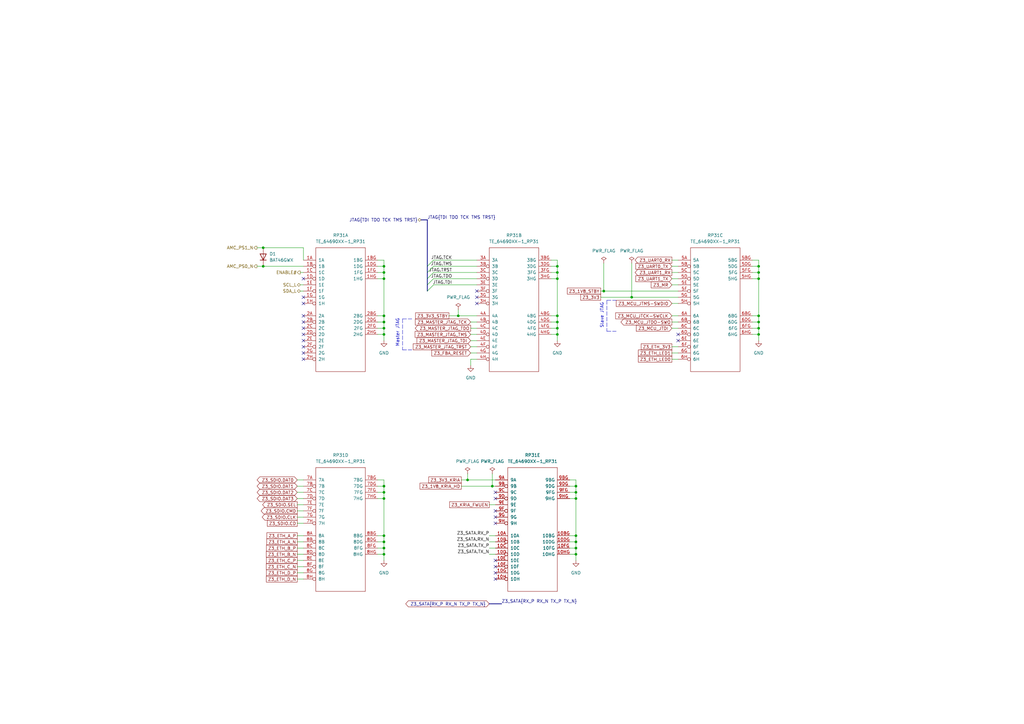
<source format=kicad_sch>
(kicad_sch (version 20211123) (generator eeschema)
  (paper "A3")
  (title_block (title "RTM_Template") (date "2022-09-07") (rev "1.0") (company "Karlsruhe Institute of Technology (KIT)") (comment 1 "Institute for Data Processing and Electronics (IPE)") (comment 2 "Carsten Schmerbeck") (comment 3 "Luis Ardila") (comment 4 "Licensed under CERN-OHL-P v2"))
  (junction (at 236.22 222.25))
  (junction (at 107.95 109.22))
  (junction (at 228.6 137.16))
  (junction (at 157.48 224.79))
  (junction (at 236.22 224.79))
  (junction (at 157.48 204.47))
  (junction (at 311.15 109.22))
  (junction (at 311.15 134.62))
  (junction (at 228.6 111.76))
  (junction (at 157.48 222.25))
  (junction (at 247.65 119.38))
  (junction (at 311.15 132.08))
  (junction (at 107.95 101.6))
  (junction (at 228.6 132.08))
  (junction (at 236.22 199.39))
  (junction (at 157.48 137.16))
  (junction (at 157.48 114.3))
  (junction (at 157.48 109.22))
  (junction (at 228.6 134.62))
  (junction (at 201.93 199.39))
  (junction (at 311.15 114.3))
  (junction (at 236.22 201.93))
  (junction (at 157.48 201.93))
  (junction (at 157.48 132.08))
  (junction (at 228.6 129.54))
  (junction (at 157.48 134.62))
  (junction (at 236.22 204.47))
  (junction (at 311.15 137.16))
  (junction (at 311.15 111.76))
  (junction (at 187.96 129.54))
  (junction (at 228.6 114.3))
  (junction (at 157.48 111.76))
  (junction (at 157.48 199.39))
  (junction (at 157.48 129.54))
  (junction (at 311.15 129.54))
  (junction (at 236.22 219.71))
  (junction (at 157.48 227.33))
  (junction (at 259.08 121.92))
  (junction (at 157.48 219.71))
  (junction (at 236.22 227.33))
  (junction (at 228.6 109.22))
  (junction (at 191.77 196.85))
  (no_connect (at 203.2 204.47))
  (no_connect (at 203.2 201.93))
  (no_connect (at 278.13 137.16))
  (no_connect (at 278.13 139.7))
  (no_connect (at 203.2 214.63))
  (no_connect (at 203.2 234.95))
  (no_connect (at 203.2 237.49))
  (no_connect (at 195.58 124.46))
  (no_connect (at 195.58 121.92))
  (no_connect (at 195.58 119.38))
  (no_connect (at 124.46 139.7))
  (no_connect (at 124.46 142.24))
  (no_connect (at 124.46 144.78))
  (no_connect (at 124.46 147.32))
  (no_connect (at 124.46 137.16))
  (no_connect (at 124.46 134.62))
  (no_connect (at 124.46 132.08))
  (no_connect (at 124.46 129.54))
  (no_connect (at 124.46 121.92))
  (no_connect (at 124.46 124.46))
  (no_connect (at 124.46 114.3))
  (no_connect (at 203.2 209.55))
  (no_connect (at 203.2 212.09))
  (no_connect (at 203.2 229.87))
  (no_connect (at 203.2 232.41))
  (bus_entry (at 175.26 111.76) (size 2.54 -2.54))
  (bus_entry (at 175.26 119.38) (size 2.54 -2.54))
  (bus_entry (at 175.26 114.3) (size 2.54 -2.54))
  (bus_entry (at 175.26 109.22) (size 2.54 -2.54))
  (bus_entry (at 175.26 116.84) (size 2.54 -2.54))
  (wire (pts (xy 191.77 196.85) (xy 203.2 196.85)))
  (wire (pts (xy 233.68 204.47) (xy 236.22 204.47)))
  (wire (pts (xy 121.92 229.87) (xy 124.46 229.87)))
  (wire (pts (xy 121.92 201.93) (xy 124.46 201.93)))
  (wire (pts (xy 154.94 111.76) (xy 157.48 111.76)))
  (wire (pts (xy 157.48 111.76) (xy 157.48 109.22)))
  (wire (pts (xy 226.06 129.54) (xy 228.6 129.54)))
  (wire (pts (xy 226.06 137.16) (xy 228.6 137.16)))
  (wire (pts (xy 121.92 204.47) (xy 124.46 204.47)))
  (wire (pts (xy 246.38 119.38) (xy 247.65 119.38)))
  (wire (pts (xy 233.68 227.33) (xy 236.22 227.33)))
  (wire (pts (xy 177.8 111.76) (xy 195.58 111.76)))
  (wire (pts (xy 177.8 114.3) (xy 195.58 114.3)))
  (wire (pts (xy 157.48 132.08) (xy 157.48 129.54)))
  (wire (pts (xy 123.19 119.38) (xy 124.46 119.38)))
  (wire (pts (xy 228.6 139.7) (xy 228.6 137.16)))
  (wire (pts (xy 226.06 109.22) (xy 228.6 109.22)))
  (wire (pts (xy 193.04 144.78) (xy 195.58 144.78)))
  (wire (pts (xy 311.15 114.3) (xy 311.15 111.76)))
  (wire (pts (xy 121.92 219.71) (xy 124.46 219.71)))
  (wire (pts (xy 157.48 114.3) (xy 157.48 111.76)))
  (wire (pts (xy 157.48 139.7) (xy 157.48 137.16)))
  (wire (pts (xy 201.93 199.39) (xy 203.2 199.39)))
  (wire (pts (xy 236.22 201.93) (xy 236.22 199.39)))
  (wire (pts (xy 233.68 201.93) (xy 236.22 201.93)))
  (wire (pts (xy 184.15 129.54) (xy 187.96 129.54)))
  (wire (pts (xy 275.59 116.84) (xy 278.13 116.84)))
  (wire (pts (xy 121.92 207.01) (xy 124.46 207.01)))
  (wire (pts (xy 193.04 132.08) (xy 195.58 132.08)))
  (wire (pts (xy 228.6 114.3) (xy 228.6 111.76)))
  (wire (pts (xy 246.38 121.92) (xy 259.08 121.92)))
  (wire (pts (xy 189.23 196.85) (xy 191.77 196.85)))
  (wire (pts (xy 308.61 129.54) (xy 311.15 129.54)))
  (wire (pts (xy 154.94 219.71) (xy 157.48 219.71)))
  (wire (pts (xy 275.59 124.46) (xy 278.13 124.46)))
  (wire (pts (xy 226.06 114.3) (xy 228.6 114.3)))
  (polyline (pts (xy 248.92 123.19) (xy 248.92 135.89)))
  (wire (pts (xy 191.77 194.31) (xy 191.77 196.85)))
  (bus (pts (xy 175.26 90.17) (xy 172.72 90.17)))
  (wire (pts (xy 177.8 116.84) (xy 195.58 116.84)))
  (wire (pts (xy 105.41 109.22) (xy 107.95 109.22)))
  (wire (pts (xy 154.94 201.93) (xy 157.48 201.93)))
  (wire (pts (xy 157.48 109.22) (xy 157.48 106.68)))
  (wire (pts (xy 308.61 111.76) (xy 311.15 111.76)))
  (wire (pts (xy 123.19 116.84) (xy 124.46 116.84)))
  (wire (pts (xy 226.06 134.62) (xy 228.6 134.62)))
  (wire (pts (xy 157.48 137.16) (xy 157.48 134.62)))
  (wire (pts (xy 275.59 134.62) (xy 278.13 134.62)))
  (wire (pts (xy 228.6 129.54) (xy 228.6 114.3)))
  (bus (pts (xy 175.26 109.22) (xy 175.26 90.17)))
  (wire (pts (xy 236.22 196.85) (xy 233.68 196.85)))
  (wire (pts (xy 121.92 224.79) (xy 124.46 224.79)))
  (wire (pts (xy 311.15 139.7) (xy 311.15 137.16)))
  (wire (pts (xy 311.15 137.16) (xy 311.15 134.62)))
  (wire (pts (xy 123.19 111.76) (xy 124.46 111.76)))
  (wire (pts (xy 275.59 129.54) (xy 278.13 129.54)))
  (wire (pts (xy 157.48 222.25) (xy 157.48 219.71)))
  (wire (pts (xy 157.48 224.79) (xy 157.48 222.25)))
  (wire (pts (xy 236.22 224.79) (xy 236.22 222.25)))
  (wire (pts (xy 154.94 134.62) (xy 157.48 134.62)))
  (wire (pts (xy 107.95 109.22) (xy 124.46 109.22)))
  (wire (pts (xy 236.22 227.33) (xy 236.22 224.79)))
  (wire (pts (xy 121.92 227.33) (xy 124.46 227.33)))
  (wire (pts (xy 275.59 111.76) (xy 278.13 111.76)))
  (wire (pts (xy 200.66 224.79) (xy 203.2 224.79)))
  (wire (pts (xy 121.92 209.55) (xy 124.46 209.55)))
  (wire (pts (xy 193.04 134.62) (xy 195.58 134.62)))
  (wire (pts (xy 311.15 109.22) (xy 311.15 106.68)))
  (wire (pts (xy 200.66 222.25) (xy 203.2 222.25)))
  (wire (pts (xy 228.6 137.16) (xy 228.6 134.62)))
  (wire (pts (xy 121.92 234.95) (xy 124.46 234.95)))
  (wire (pts (xy 121.92 196.85) (xy 124.46 196.85)))
  (wire (pts (xy 121.92 214.63) (xy 124.46 214.63)))
  (polyline (pts (xy 248.92 123.19) (xy 252.73 123.19)))
  (wire (pts (xy 177.8 106.68) (xy 195.58 106.68)))
  (wire (pts (xy 228.6 132.08) (xy 228.6 129.54)))
  (polyline (pts (xy 165.1 130.81) (xy 168.91 130.81)))
  (wire (pts (xy 121.92 212.09) (xy 124.46 212.09)))
  (wire (pts (xy 154.94 137.16) (xy 157.48 137.16)))
  (wire (pts (xy 308.61 114.3) (xy 311.15 114.3)))
  (wire (pts (xy 124.46 106.68) (xy 124.46 101.6)))
  (wire (pts (xy 275.59 109.22) (xy 278.13 109.22)))
  (bus (pts (xy 175.26 109.22) (xy 175.26 111.76)))
  (wire (pts (xy 124.46 101.6) (xy 107.95 101.6)))
  (wire (pts (xy 157.48 196.85) (xy 154.94 196.85)))
  (wire (pts (xy 233.68 222.25) (xy 236.22 222.25)))
  (wire (pts (xy 311.15 134.62) (xy 311.15 132.08)))
  (bus (pts (xy 200.66 247.65) (xy 205.74 247.65)))
  (wire (pts (xy 275.59 144.78) (xy 278.13 144.78)))
  (wire (pts (xy 121.92 222.25) (xy 124.46 222.25)))
  (wire (pts (xy 195.58 147.32) (xy 193.04 147.32)))
  (wire (pts (xy 157.48 134.62) (xy 157.48 132.08)))
  (wire (pts (xy 189.23 199.39) (xy 201.93 199.39)))
  (wire (pts (xy 154.94 227.33) (xy 157.48 227.33)))
  (bus (pts (xy 175.26 116.84) (xy 175.26 119.38)))
  (wire (pts (xy 236.22 199.39) (xy 236.22 196.85)))
  (wire (pts (xy 233.68 199.39) (xy 236.22 199.39)))
  (polyline (pts (xy 165.1 130.81) (xy 165.1 143.51)))
  (wire (pts (xy 275.59 142.24) (xy 278.13 142.24)))
  (wire (pts (xy 154.94 129.54) (xy 157.48 129.54)))
  (wire (pts (xy 233.68 219.71) (xy 236.22 219.71)))
  (wire (pts (xy 154.94 224.79) (xy 157.48 224.79)))
  (wire (pts (xy 275.59 106.68) (xy 278.13 106.68)))
  (wire (pts (xy 226.06 132.08) (xy 228.6 132.08)))
  (wire (pts (xy 154.94 132.08) (xy 157.48 132.08)))
  (wire (pts (xy 236.22 229.87) (xy 236.22 227.33)))
  (wire (pts (xy 157.48 129.54) (xy 157.48 114.3)))
  (wire (pts (xy 157.48 199.39) (xy 157.48 196.85)))
  (wire (pts (xy 236.22 222.25) (xy 236.22 219.71)))
  (wire (pts (xy 200.66 227.33) (xy 203.2 227.33)))
  (wire (pts (xy 154.94 222.25) (xy 157.48 222.25)))
  (wire (pts (xy 308.61 132.08) (xy 311.15 132.08)))
  (wire (pts (xy 201.93 194.31) (xy 201.93 199.39)))
  (wire (pts (xy 193.04 147.32) (xy 193.04 149.86)))
  (wire (pts (xy 157.48 204.47) (xy 157.48 201.93)))
  (wire (pts (xy 121.92 237.49) (xy 124.46 237.49)))
  (wire (pts (xy 193.04 142.24) (xy 195.58 142.24)))
  (wire (pts (xy 275.59 114.3) (xy 278.13 114.3)))
  (wire (pts (xy 105.41 101.6) (xy 107.95 101.6)))
  (wire (pts (xy 228.6 111.76) (xy 228.6 109.22)))
  (wire (pts (xy 157.48 227.33) (xy 157.48 224.79)))
  (wire (pts (xy 193.04 139.7) (xy 195.58 139.7)))
  (wire (pts (xy 233.68 224.79) (xy 236.22 224.79)))
  (wire (pts (xy 311.15 129.54) (xy 311.15 114.3)))
  (wire (pts (xy 308.61 137.16) (xy 311.15 137.16)))
  (wire (pts (xy 154.94 204.47) (xy 157.48 204.47)))
  (wire (pts (xy 275.59 147.32) (xy 278.13 147.32)))
  (wire (pts (xy 121.92 232.41) (xy 124.46 232.41)))
  (wire (pts (xy 308.61 134.62) (xy 311.15 134.62)))
  (wire (pts (xy 236.22 204.47) (xy 236.22 201.93)))
  (wire (pts (xy 177.8 109.22) (xy 195.58 109.22)))
  (wire (pts (xy 247.65 119.38) (xy 278.13 119.38)))
  (wire (pts (xy 226.06 111.76) (xy 228.6 111.76)))
  (wire (pts (xy 259.08 121.92) (xy 278.13 121.92)))
  (wire (pts (xy 200.66 207.01) (xy 203.2 207.01)))
  (wire (pts (xy 311.15 111.76) (xy 311.15 109.22)))
  (wire (pts (xy 154.94 114.3) (xy 157.48 114.3)))
  (wire (pts (xy 311.15 132.08) (xy 311.15 129.54)))
  (wire (pts (xy 228.6 134.62) (xy 228.6 132.08)))
  (wire (pts (xy 154.94 199.39) (xy 157.48 199.39)))
  (polyline (pts (xy 165.1 143.51) (xy 168.91 143.51)))
  (wire (pts (xy 200.66 219.71) (xy 203.2 219.71)))
  (wire (pts (xy 311.15 106.68) (xy 308.61 106.68)))
  (wire (pts (xy 157.48 229.87) (xy 157.48 227.33)))
  (bus (pts (xy 175.26 111.76) (xy 175.26 114.3)))
  (wire (pts (xy 157.48 219.71) (xy 157.48 204.47)))
  (wire (pts (xy 236.22 219.71) (xy 236.22 204.47)))
  (wire (pts (xy 275.59 132.08) (xy 278.13 132.08)))
  (wire (pts (xy 121.92 199.39) (xy 124.46 199.39)))
  (wire (pts (xy 154.94 109.22) (xy 157.48 109.22)))
  (polyline (pts (xy 248.92 135.89) (xy 252.73 135.89)))
  (bus (pts (xy 175.26 114.3) (xy 175.26 116.84)))
  (wire (pts (xy 187.96 129.54) (xy 195.58 129.54)))
  (wire (pts (xy 228.6 109.22) (xy 228.6 106.68)))
  (wire (pts (xy 157.48 106.68) (xy 154.94 106.68)))
  (wire (pts (xy 193.04 137.16) (xy 195.58 137.16)))
  (wire (pts (xy 308.61 109.22) (xy 311.15 109.22)))
  (wire (pts (xy 228.6 106.68) (xy 226.06 106.68)))
  (wire (pts (xy 247.65 107.95) (xy 247.65 119.38)))
  (wire (pts (xy 259.08 107.95) (xy 259.08 121.92)))
  (wire (pts (xy 187.96 127) (xy 187.96 129.54)))
  (wire (pts (xy 157.48 201.93) (xy 157.48 199.39)))
  (text "Master JTAG" (at 163.83 142.24 90) (effects (font (size 1.27 1.27)) (justify left bottom)))
  (text "Slave JTAG" (at 247.65 134.62 90) (effects (font (size 1.27 1.27)) (justify left bottom)))
  (label "JTAG.TDI" (at 185.42 116.84 180))
  (label "Z3_SATA.RX_P" (at 200.66 219.71 180))
  (label "Z3_SATA{RX_P RX_N TX_P TX_N}" (at 205.74 247.65 0))
  (label "JTAG.TRST" (at 185.42 111.76 180))
  (label "Z3_SATA.TX_P" (at 200.66 224.79 180))
  (label "JTAG.TCK" (at 185.42 106.68 180))
  (label "Z3_SATA.RX_N" (at 200.66 222.25 180))
  (label "JTAG.TDO" (at 185.42 114.3 180))
  (label "Z3_SATA.TX_N" (at 200.66 227.33 180))
  (label "JTAG.TMS" (at 185.42 109.22 180))
  (label "JTAG{TDI TDO TCK TMS TRST}" (at 175.26 90.17 0))
  (global_label "Z3_MASTER_JTAG_TRST" (shape input) (at 193.04 142.24 180) (property "Intersheet References" "${INTERSHEET_REFS}" (effects hide)))
  (global_label "Z3_UART1_TX" (shape input) (at 275.59 114.3 180) (property "Intersheet References" "${INTERSHEET_REFS}" (effects hide)))
  (global_label "Z3_SDIO.CLK" (shape output) (at 121.92 212.09 180) (property "Intersheet References" "${INTERSHEET_REFS}" (effects hide)))
  (global_label "Z3_UART1_RX" (shape output) (at 275.59 111.76 180) (property "Intersheet References" "${INTERSHEET_REFS}" (effects hide)))
  (global_label "Z3_MCU_JTDI" (shape input) (at 275.59 134.62 180) (property "Intersheet References" "${INTERSHEET_REFS}" (effects hide)))
  (global_label "Z3_SDIO.DAT0" (shape bidirectional) (at 121.92 196.85 180) (property "Intersheet References" "${INTERSHEET_REFS}" (effects hide)))
  (global_label "Z3_SDIO.DAT3" (shape bidirectional) (at 121.92 204.47 180) (property "Intersheet References" "${INTERSHEET_REFS}" (effects hide)))
  (global_label "Z3_FBA_RESET" (shape input) (at 193.04 144.78 180) (property "Intersheet References" "${INTERSHEET_REFS}" (effects hide)))
  (global_label "Z3_SDIO.DAT2" (shape bidirectional) (at 121.92 201.93 180) (property "Intersheet References" "${INTERSHEET_REFS}" (effects hide)))
  (global_label "Z3_ETH_B_P" (shape passive) (at 121.92 224.79 180) (property "Intersheet References" "${INTERSHEET_REFS}" (effects hide)))
  (global_label "Z3_3V3_STBY" (shape passive) (at 184.15 129.54 180) (property "Intersheet References" "${INTERSHEET_REFS}" (effects hide)))
  (global_label "Z3_MASTER_JTAG_TDI" (shape input) (at 193.04 139.7 180) (property "Intersheet References" "${INTERSHEET_REFS}" (effects hide)))
  (global_label "Z3_MCU_JTMS-SWDIO" (shape input) (at 275.59 124.46 180) (property "Intersheet References" "${INTERSHEET_REFS}" (effects hide)))
  (global_label "Z3_ETH_LED0" (shape passive) (at 275.59 147.32 180) (property "Intersheet References" "${INTERSHEET_REFS}" (effects hide)))
  (global_label "Z3_SDIO.CMD" (shape output) (at 121.92 209.55 180) (property "Intersheet References" "${INTERSHEET_REFS}" (effects hide)))
  (global_label "Z3_1V8_KRIA_HD" (shape passive) (at 189.23 199.39 180) (property "Intersheet References" "${INTERSHEET_REFS}" (effects hide)))
  (global_label "Z3_ETH_A_P" (shape passive) (at 121.92 219.71 180) (property "Intersheet References" "${INTERSHEET_REFS}" (effects hide)))
  (global_label "Z3_SATA{RX_P RX_N TX_P TX_N}" (shape bidirectional) (at 200.66 247.65 180) (property "Intersheet References" "${INTERSHEET_REFS}" (effects hide)))
  (global_label "Z3_MR" (shape input) (at 275.59 116.84 180) (property "Intersheet References" "${INTERSHEET_REFS}" (effects hide)))
  (global_label "Z3_1V8_STBY" (shape passive) (at 246.38 119.38 180) (property "Intersheet References" "${INTERSHEET_REFS}" (effects hide)))
  (global_label "Z3_SDIO.CD" (shape passive) (at 121.92 214.63 180) (property "Intersheet References" "${INTERSHEET_REFS}" (effects hide)))
  (global_label "Z3_MASTER_JTAG_TCK" (shape input) (at 193.04 132.08 180) (property "Intersheet References" "${INTERSHEET_REFS}" (effects hide)))
  (global_label "Z3_ETH_C_N" (shape passive) (at 121.92 232.41 180) (property "Intersheet References" "${INTERSHEET_REFS}" (effects hide)))
  (global_label "Z3_SDIO.DAT1" (shape bidirectional) (at 121.92 199.39 180) (property "Intersheet References" "${INTERSHEET_REFS}" (effects hide)))
  (global_label "Z3_KRIA_FWUEN" (shape passive) (at 200.66 207.01 180) (property "Intersheet References" "${INTERSHEET_REFS}" (effects hide)))
  (global_label "Z3_ETH_3V3" (shape passive) (at 275.59 142.24 180) (property "Intersheet References" "${INTERSHEET_REFS}" (effects hide)))
  (global_label "Z3_SDIO.SEL" (shape output) (at 121.92 207.01 180) (property "Intersheet References" "${INTERSHEET_REFS}" (effects hide)))
  (global_label "Z3_MCU_JTCK-SWCLK" (shape input) (at 275.59 129.54 180) (property "Intersheet References" "${INTERSHEET_REFS}" (effects hide)))
  (global_label "Z3_MCU_JTDO-SWO" (shape output) (at 275.59 132.08 180) (property "Intersheet References" "${INTERSHEET_REFS}" (effects hide)))
  (global_label "Z3_ETH_B_N" (shape passive) (at 121.92 227.33 180) (property "Intersheet References" "${INTERSHEET_REFS}" (effects hide)))
  (global_label "Z3_ETH_C_P" (shape passive) (at 121.92 229.87 180) (property "Intersheet References" "${INTERSHEET_REFS}" (effects hide)))
  (global_label "Z3_ETH_D_P" (shape passive) (at 121.92 234.95 180) (property "Intersheet References" "${INTERSHEET_REFS}" (effects hide)))
  (global_label "Z3_MASTER_JTAG_TMS" (shape input) (at 193.04 137.16 180) (property "Intersheet References" "${INTERSHEET_REFS}" (effects hide)))
  (global_label "Z3_ETH_A_N" (shape passive) (at 121.92 222.25 180) (property "Intersheet References" "${INTERSHEET_REFS}" (effects hide)))
  (global_label "Z3_ETH_D_N" (shape passive) (at 121.92 237.49 180) (property "Intersheet References" "${INTERSHEET_REFS}" (effects hide)))
  (global_label "Z3_UART0_TX" (shape input) (at 275.59 109.22 180) (property "Intersheet References" "${INTERSHEET_REFS}" (effects hide)))
  (global_label "Z3_3V3" (shape passive) (at 246.38 121.92 180) (property "Intersheet References" "${INTERSHEET_REFS}" (effects hide)))
  (global_label "Z3_ETH_LED1" (shape passive) (at 275.59 144.78 180) (property "Intersheet References" "${INTERSHEET_REFS}" (effects hide)))
  (global_label "Z3_UART0_RX" (shape output) (at 275.59 106.68 180) (property "Intersheet References" "${INTERSHEET_REFS}" (effects hide)))
  (global_label "Z3_MASTER_JTAG_TDO" (shape output) (at 193.04 134.62 180) (property "Intersheet References" "${INTERSHEET_REFS}" (effects hide)))
  (global_label "Z3_3V3_KRIA" (shape passive) (at 189.23 196.85 180) (property "Intersheet References" "${INTERSHEET_REFS}" (effects hide)))
  (hierarchical_label "AMC_PS0_N" (shape output) (at 105.41 109.22 180))
  (hierarchical_label "AMC_PS1_N" (shape output) (at 105.41 101.6 180))
  (hierarchical_label "SCL_L" (shape bidirectional) (at 123.19 116.84 180))
  (hierarchical_label "SDA_L" (shape bidirectional) (at 123.19 119.38 180))
  (hierarchical_label "JTAG{TDI TDO TCK TMS TRST}" (shape bidirectional) (at 172.72 90.17 180))
  (hierarchical_label "ENABLE#" (shape output) (at 123.19 111.76 180))
  (symbol (lib_id "power:PWR_FLAG") (at 259.08 107.95 0) (unit 1)
    (property "Reference" "#FLG0107" (effects hide))
    (property "Value" "PWR_FLAG" (at 259.08 102.87 0))
  )
  (symbol (lib_name "TE_64690XX-1_RP31_1") (lib_id "KIT_Connector:TE_64690XX-1_RP31") (at 210.82 127 0) (unit 2)
    (property "Reference" "RP31" (at 210.82 96.52 0))
    (property "Value" "TE_64690XX-1_RP31" (at 210.82 99.06 0))
    (property "Footprint" "KIT_Connector:6469048-1" (effects hide))
    (property "Datasheet" "https://www.te.com/commerce/DocumentDelivery/DDEController?Action=srchrtrv&DocNm=6469001&DocType=Customer+Drawing&DocLang=English" (effects hide))
    (property "digikey#" "A115603-ND" (effects hide))
    (property "manf" "TE Connectivity" (effects hide))
    (property "manf#" "6469048-1" (effects hide))
    (property "mouser#" "571-6469048-1" (effects hide))
  )
  (symbol (lib_id "power:PWR_FLAG") (at 191.77 194.31 0) (unit 1)
    (property "Reference" "#FLG0108" (effects hide))
    (property "Value" "PWR_FLAG" (at 191.77 189.23 0))
  )
  (symbol (lib_id "KIT_Connector:TE_64690XX-1_RP31") (at 139.7 217.17 0) (unit 4)
    (property "Reference" "RP31" (at 139.7 186.69 0))
    (property "Value" "TE_64690XX-1_RP31" (at 139.7 189.23 0))
    (property "Footprint" "KIT_Connector:6469048-1" (effects hide))
    (property "Datasheet" "https://www.te.com/commerce/DocumentDelivery/DDEController?Action=srchrtrv&DocNm=6469001&DocType=Customer+Drawing&DocLang=English" (effects hide))
    (property "digikey#" "A115603-ND" (effects hide))
    (property "manf" "TE Connectivity" (effects hide))
    (property "manf#" "6469048-1" (effects hide))
    (property "mouser#" "571-6469048-1" (effects hide))
  )
  (symbol (lib_id "power:PWR_FLAG") (at 187.96 127 0) (unit 1)
    (property "Reference" "#FLG0110" (effects hide))
    (property "Value" "PWR_FLAG" (at 187.96 121.92 0))
  )
  (symbol (lib_id "power:GND") (at 157.48 229.87 0) (unit 1)
    (property "Reference" "#PWR021" (effects hide))
    (property "Value" "GND" (at 157.48 234.95 0))
  )
  (symbol (lib_id "power:GND") (at 228.6 139.7 0) (unit 1)
    (property "Reference" "#PWR023" (effects hide))
    (property "Value" "GND" (at 228.6 144.78 0))
  )
  (symbol (lib_id "power:GND") (at 236.22 229.87 0) (unit 1)
    (property "Reference" "#PWR024" (effects hide))
    (property "Value" "GND" (at 236.22 234.95 0))
  )
  (symbol (lib_id "power:GND") (at 193.04 149.86 0) (unit 1)
    (property "Reference" "#PWR0123" (effects hide))
    (property "Value" "GND" (at 193.04 154.94 0))
  )
  (symbol (lib_id "Device:D") (at 107.95 105.41 90) (unit 1)
    (property "Reference" "D1" (at 110.49 104.1399 90) (effects (justify right)))
    (property "Value" "BAT46GWX" (at 110.49 106.6799 90) (effects (justify right)))
    (property "Footprint" "Diode_SMD:D_SOD-123" (effects hide))
    (property "Datasheet" "https://assets.nexperia.com/documents/data-sheet/BAT46GW.pdf" (effects hide))
    (property "dk#" "1727-7325-1-ND" (effects hide))
    (property "manf" "Nexperia" (effects hide))
    (property "mouser#" "841-BAT46GWX" (effects hide))
    (property "digikey#" "1727-7325-1-ND" (effects hide))
    (property "manf#" "BAT46GWX" (effects hide))
  )
  (symbol (lib_id "power:PWR_FLAG") (at 247.65 107.95 0) (unit 1)
    (property "Reference" "#FLG0106" (effects hide))
    (property "Value" "PWR_FLAG" (at 247.65 102.87 0))
  )
  (symbol (lib_id "power:PWR_FLAG") (at 201.93 194.31 0) (unit 1)
    (property "Reference" "#FLG0109" (effects hide))
    (property "Value" "PWR_FLAG" (at 201.93 189.23 0))
  )
  (symbol (lib_name "TE_64690XX-1_RP31_2") (lib_id "KIT_Connector:TE_64690XX-1_RP31") (at 293.37 127 0) (unit 3)
    (property "Reference" "RP31" (at 293.37 96.52 0))
    (property "Value" "TE_64690XX-1_RP31" (at 293.37 99.06 0))
    (property "Footprint" "KIT_Connector:6469048-1" (effects hide))
    (property "Datasheet" "https://www.te.com/commerce/DocumentDelivery/DDEController?Action=srchrtrv&DocNm=6469001&DocType=Customer+Drawing&DocLang=English" (effects hide))
    (property "digikey#" "A115603-ND" (effects hide))
    (property "manf" "TE Connectivity" (effects hide))
    (property "manf#" "6469048-1" (effects hide))
    (property "mouser#" "571-6469048-1" (effects hide))
  )
  (symbol (lib_id "power:GND") (at 157.48 139.7 0) (unit 1)
    (property "Reference" "#PWR022" (effects hide))
    (property "Value" "GND" (at 157.48 144.78 0))
  )
  (symbol (lib_id "power:GND") (at 311.15 139.7 0) (unit 1)
    (property "Reference" "#PWR025" (effects hide))
    (property "Value" "GND" (at 311.15 144.78 0))
  )
  (symbol (lib_name "TE_64690XX-1_RP31_3") (lib_id "KIT_Connector:TE_64690XX-1_RP31") (at 218.44 217.17 0) (unit 5)
    (property "Reference" "RP31" (at 218.44 186.69 0))
    (property "Value" "TE_64690XX-1_RP31" (at 218.44 189.23 0))
    (property "Footprint" "KIT_Connector:6469048-1" (effects hide))
    (property "Datasheet" "https://www.te.com/commerce/DocumentDelivery/DDEController?Action=srchrtrv&DocNm=6469001&DocType=Customer+Drawing&DocLang=English" (effects hide))
    (property "digikey#" "A115603-ND" (effects hide))
    (property "manf" "TE Connectivity" (effects hide))
    (property "manf#" "6469048-1" (effects hide))
    (property "mouser#" "571-6469048-1" (effects hide))
  )
  (symbol (lib_name "TE_64690XX-1_RP31_4") (lib_id "KIT_Connector:TE_64690XX-1_RP31") (at 139.7 127 0) (unit 1)
    (property "Reference" "RP31" (at 139.7 96.52 0))
    (property "Value" "TE_64690XX-1_RP31" (at 139.7 99.06 0))
    (property "Footprint" "KIT_Connector:6469048-1" (effects hide))
    (property "Datasheet" "https://www.te.com/commerce/DocumentDelivery/DDEController?Action=srchrtrv&DocNm=6469001&DocType=Customer+Drawing&DocLang=English" (effects hide))
    (property "digikey#" "A115603-ND" (effects hide))
    (property "manf" "TE Connectivity" (effects hide))
    (property "manf#" "6469048-1" (effects hide))
    (property "mouser#" "571-6469048-1" (effects hide))
  )
)
</source>
